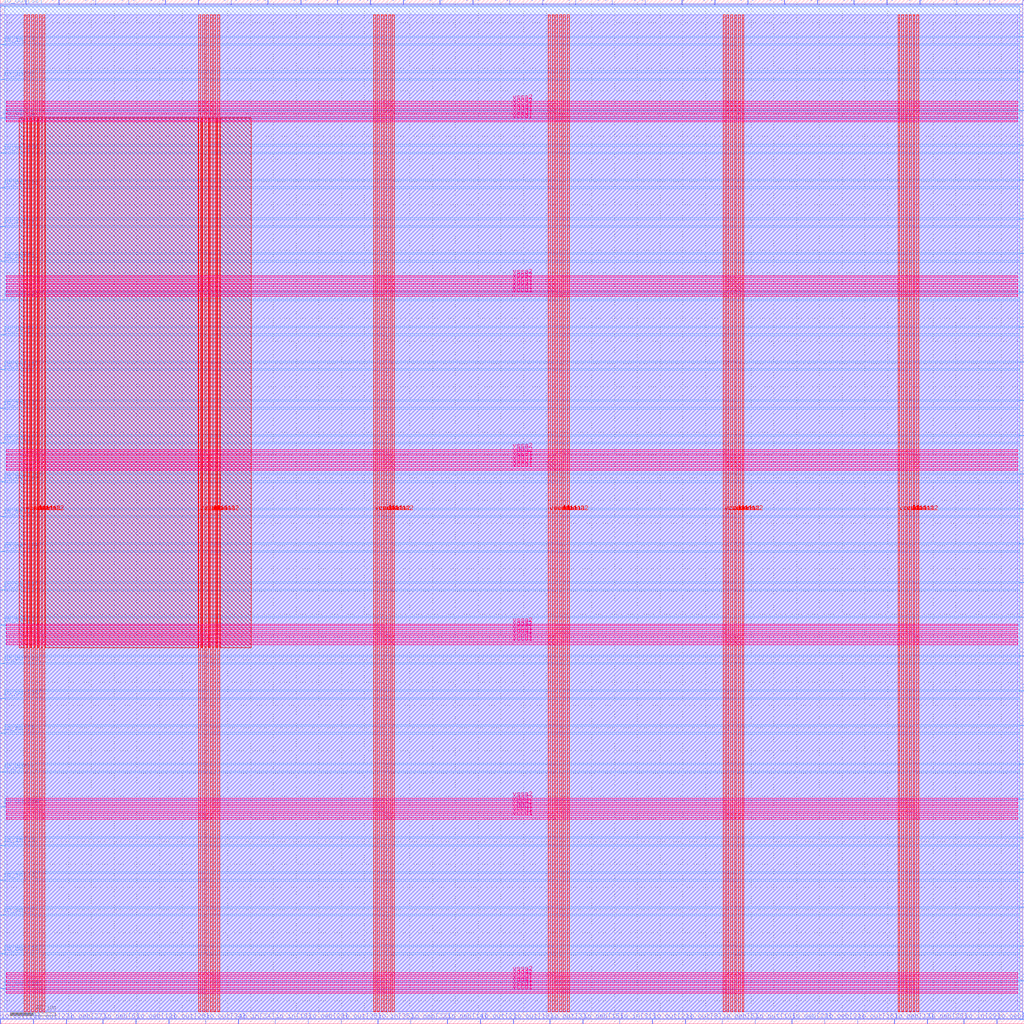
<source format=lef>
VERSION 5.7 ;
  NOWIREEXTENSIONATPIN ON ;
  DIVIDERCHAR "/" ;
  BUSBITCHARS "[]" ;
MACRO vajra_caravel_soc
  CLASS BLOCK ;
  FOREIGN vajra_caravel_soc ;
  ORIGIN 0.000 0.000 ;
  SIZE 900.000 BY 900.000 ;
  PIN io_in[0]
    DIRECTION INPUT ;
    USE SIGNAL ;
    PORT
      LAYER met3 ;
        RECT 896.000 867.040 900.000 867.640 ;
    END
  END io_in[0]
  PIN io_in[10]
    DIRECTION INPUT ;
    USE SIGNAL ;
    PORT
      LAYER met3 ;
        RECT 896.000 197.240 900.000 197.840 ;
    END
  END io_in[10]
  PIN io_in[11]
    DIRECTION INPUT ;
    USE SIGNAL ;
    PORT
      LAYER met2 ;
        RECT 112.790 896.000 113.070 900.000 ;
    END
  END io_in[11]
  PIN io_in[12]
    DIRECTION INPUT ;
    USE SIGNAL ;
    PORT
      LAYER met3 ;
        RECT 0.000 510.040 4.000 510.640 ;
    END
  END io_in[12]
  PIN io_in[13]
    DIRECTION INPUT ;
    USE SIGNAL ;
    PORT
      LAYER met2 ;
        RECT 808.310 896.000 808.590 900.000 ;
    END
  END io_in[13]
  PIN io_in[14]
    DIRECTION INPUT ;
    USE SIGNAL ;
    PORT
      LAYER met2 ;
        RECT 656.970 896.000 657.250 900.000 ;
    END
  END io_in[14]
  PIN io_in[15]
    DIRECTION INPUT ;
    USE SIGNAL ;
    PORT
      LAYER met3 ;
        RECT 0.000 574.640 4.000 575.240 ;
    END
  END io_in[15]
  PIN io_in[16]
    DIRECTION INPUT ;
    USE SIGNAL ;
    PORT
      LAYER met3 ;
        RECT 0.000 156.440 4.000 157.040 ;
    END
  END io_in[16]
  PIN io_in[17]
    DIRECTION INPUT ;
    USE SIGNAL ;
    PORT
      LAYER met2 ;
        RECT 325.310 896.000 325.590 900.000 ;
    END
  END io_in[17]
  PIN io_in[18]
    DIRECTION INPUT ;
    USE SIGNAL ;
    PORT
      LAYER met2 ;
        RECT 241.590 0.000 241.870 4.000 ;
    END
  END io_in[18]
  PIN io_in[19]
    DIRECTION INPUT ;
    USE SIGNAL ;
    PORT
      LAYER met3 ;
        RECT 0.000 125.840 4.000 126.440 ;
    END
  END io_in[19]
  PIN io_in[1]
    DIRECTION INPUT ;
    USE SIGNAL ;
    PORT
      LAYER met3 ;
        RECT 896.000 802.440 900.000 803.040 ;
    END
  END io_in[1]
  PIN io_in[20]
    DIRECTION INPUT ;
    USE SIGNAL ;
    PORT
      LAYER met3 ;
        RECT 896.000 3.440 900.000 4.040 ;
    END
  END io_in[20]
  PIN io_in[21]
    DIRECTION INPUT ;
    USE SIGNAL ;
    PORT
      LAYER met2 ;
        RECT 779.330 896.000 779.610 900.000 ;
    END
  END io_in[21]
  PIN io_in[22]
    DIRECTION INPUT ;
    USE SIGNAL ;
    PORT
      LAYER met3 ;
        RECT 0.000 635.840 4.000 636.440 ;
    END
  END io_in[22]
  PIN io_in[23]
    DIRECTION INPUT ;
    USE SIGNAL ;
    PORT
      LAYER met3 ;
        RECT 0.000 829.640 4.000 830.240 ;
    END
  END io_in[23]
  PIN io_in[24]
    DIRECTION INPUT ;
    USE SIGNAL ;
    PORT
      LAYER met3 ;
        RECT 896.000 387.640 900.000 388.240 ;
    END
  END io_in[24]
  PIN io_in[25]
    DIRECTION INPUT ;
    USE SIGNAL ;
    PORT
      LAYER met3 ;
        RECT 0.000 95.240 4.000 95.840 ;
    END
  END io_in[25]
  PIN io_in[26]
    DIRECTION INPUT ;
    USE SIGNAL ;
    PORT
      LAYER met3 ;
        RECT 0.000 860.240 4.000 860.840 ;
    END
  END io_in[26]
  PIN io_in[27]
    DIRECTION INPUT ;
    USE SIGNAL ;
    PORT
      LAYER met2 ;
        RECT 447.670 896.000 447.950 900.000 ;
    END
  END io_in[27]
  PIN io_in[28]
    DIRECTION INPUT ;
    USE SIGNAL ;
    PORT
      LAYER met3 ;
        RECT 896.000 836.440 900.000 837.040 ;
    END
  END io_in[28]
  PIN io_in[29]
    DIRECTION INPUT ;
    USE SIGNAL ;
    PORT
      LAYER met2 ;
        RECT 846.950 0.000 847.230 4.000 ;
    END
  END io_in[29]
  PIN io_in[2]
    DIRECTION INPUT ;
    USE SIGNAL ;
    PORT
      LAYER met3 ;
        RECT 896.000 261.840 900.000 262.440 ;
    END
  END io_in[2]
  PIN io_in[30]
    DIRECTION INPUT ;
    USE SIGNAL ;
    PORT
      LAYER met2 ;
        RECT 415.470 896.000 415.750 900.000 ;
    END
  END io_in[30]
  PIN io_in[31]
    DIRECTION INPUT ;
    USE SIGNAL ;
    PORT
      LAYER met2 ;
        RECT 544.270 0.000 544.550 4.000 ;
    END
  END io_in[31]
  PIN io_in[32]
    DIRECTION INPUT ;
    USE SIGNAL ;
    PORT
      LAYER met3 ;
        RECT 896.000 452.240 900.000 452.840 ;
    END
  END io_in[32]
  PIN io_in[33]
    DIRECTION INPUT ;
    USE SIGNAL ;
    PORT
      LAYER met3 ;
        RECT 0.000 540.640 4.000 541.240 ;
    END
  END io_in[33]
  PIN io_in[34]
    DIRECTION INPUT ;
    USE SIGNAL ;
    PORT
      LAYER met2 ;
        RECT 209.390 0.000 209.670 4.000 ;
    END
  END io_in[34]
  PIN io_in[35]
    DIRECTION INPUT ;
    USE SIGNAL ;
    PORT
      LAYER met2 ;
        RECT 331.750 0.000 332.030 4.000 ;
    END
  END io_in[35]
  PIN io_in[36]
    DIRECTION INPUT ;
    USE SIGNAL ;
    PORT
      LAYER met3 ;
        RECT 896.000 68.040 900.000 68.640 ;
    END
  END io_in[36]
  PIN io_in[37]
    DIRECTION INPUT ;
    USE SIGNAL ;
    PORT
      LAYER met3 ;
        RECT 0.000 700.440 4.000 701.040 ;
    END
  END io_in[37]
  PIN io_in[3]
    DIRECTION INPUT ;
    USE SIGNAL ;
    PORT
      LAYER met2 ;
        RECT 296.330 896.000 296.610 900.000 ;
    END
  END io_in[3]
  PIN io_in[4]
    DIRECTION INPUT ;
    USE SIGNAL ;
    PORT
      LAYER met3 ;
        RECT 896.000 292.440 900.000 293.040 ;
    END
  END io_in[4]
  PIN io_in[5]
    DIRECTION INPUT ;
    USE SIGNAL ;
    PORT
      LAYER met3 ;
        RECT 896.000 482.840 900.000 483.440 ;
    END
  END io_in[5]
  PIN io_in[6]
    DIRECTION INPUT ;
    USE SIGNAL ;
    PORT
      LAYER met2 ;
        RECT 505.630 896.000 505.910 900.000 ;
    END
  END io_in[6]
  PIN io_in[7]
    DIRECTION INPUT ;
    USE SIGNAL ;
    PORT
      LAYER met3 ;
        RECT 896.000 357.040 900.000 357.640 ;
    END
  END io_in[7]
  PIN io_in[8]
    DIRECTION INPUT ;
    USE SIGNAL ;
    PORT
      LAYER met2 ;
        RECT 537.830 896.000 538.110 900.000 ;
    END
  END io_in[8]
  PIN io_in[9]
    DIRECTION INPUT ;
    USE SIGNAL ;
    PORT
      LAYER met2 ;
        RECT 599.010 896.000 599.290 900.000 ;
    END
  END io_in[9]
  PIN io_oeb[0]
    DIRECTION OUTPUT TRISTATE ;
    USE SIGNAL ;
    PORT
      LAYER met2 ;
        RECT 718.150 896.000 718.430 900.000 ;
    END
  END io_oeb[0]
  PIN io_oeb[10]
    DIRECTION OUTPUT TRISTATE ;
    USE SIGNAL ;
    PORT
      LAYER met2 ;
        RECT 898.470 896.000 898.750 900.000 ;
    END
  END io_oeb[10]
  PIN io_oeb[11]
    DIRECTION OUTPUT TRISTATE ;
    USE SIGNAL ;
    PORT
      LAYER met3 ;
        RECT 896.000 741.240 900.000 741.840 ;
    END
  END io_oeb[11]
  PIN io_oeb[12]
    DIRECTION OUTPUT TRISTATE ;
    USE SIGNAL ;
    PORT
      LAYER met2 ;
        RECT 119.230 0.000 119.510 4.000 ;
    END
  END io_oeb[12]
  PIN io_oeb[13]
    DIRECTION OUTPUT TRISTATE ;
    USE SIGNAL ;
    PORT
      LAYER met2 ;
        RECT 173.970 896.000 174.250 900.000 ;
    END
  END io_oeb[13]
  PIN io_oeb[14]
    DIRECTION OUTPUT TRISTATE ;
    USE SIGNAL ;
    PORT
      LAYER met2 ;
        RECT 392.930 0.000 393.210 4.000 ;
    END
  END io_oeb[14]
  PIN io_oeb[15]
    DIRECTION OUTPUT TRISTATE ;
    USE SIGNAL ;
    PORT
      LAYER met2 ;
        RECT 512.070 0.000 512.350 4.000 ;
    END
  END io_oeb[15]
  PIN io_oeb[16]
    DIRECTION OUTPUT TRISTATE ;
    USE SIGNAL ;
    PORT
      LAYER met3 ;
        RECT 896.000 771.840 900.000 772.440 ;
    END
  END io_oeb[16]
  PIN io_oeb[17]
    DIRECTION OUTPUT TRISTATE ;
    USE SIGNAL ;
    PORT
      LAYER met2 ;
        RECT 785.770 0.000 786.050 4.000 ;
    END
  END io_oeb[17]
  PIN io_oeb[18]
    DIRECTION OUTPUT TRISTATE ;
    USE SIGNAL ;
    PORT
      LAYER met3 ;
        RECT 896.000 581.440 900.000 582.040 ;
    END
  END io_oeb[18]
  PIN io_oeb[19]
    DIRECTION OUTPUT TRISTATE ;
    USE SIGNAL ;
    PORT
      LAYER met2 ;
        RECT 386.490 896.000 386.770 900.000 ;
    END
  END io_oeb[19]
  PIN io_oeb[1]
    DIRECTION OUTPUT TRISTATE ;
    USE SIGNAL ;
    PORT
      LAYER met3 ;
        RECT 0.000 445.440 4.000 446.040 ;
    END
  END io_oeb[1]
  PIN io_oeb[20]
    DIRECTION OUTPUT TRISTATE ;
    USE SIGNAL ;
    PORT
      LAYER met2 ;
        RECT 235.150 896.000 235.430 900.000 ;
    END
  END io_oeb[20]
  PIN io_oeb[21]
    DIRECTION OUTPUT TRISTATE ;
    USE SIGNAL ;
    PORT
      LAYER met2 ;
        RECT 476.650 896.000 476.930 900.000 ;
    END
  END io_oeb[21]
  PIN io_oeb[22]
    DIRECTION OUTPUT TRISTATE ;
    USE SIGNAL ;
    PORT
      LAYER met2 ;
        RECT 695.610 0.000 695.890 4.000 ;
    END
  END io_oeb[22]
  PIN io_oeb[23]
    DIRECTION OUTPUT TRISTATE ;
    USE SIGNAL ;
    PORT
      LAYER met2 ;
        RECT 270.570 0.000 270.850 4.000 ;
    END
  END io_oeb[23]
  PIN io_oeb[24]
    DIRECTION OUTPUT TRISTATE ;
    USE SIGNAL ;
    PORT
      LAYER met3 ;
        RECT 896.000 227.840 900.000 228.440 ;
    END
  END io_oeb[24]
  PIN io_oeb[25]
    DIRECTION OUTPUT TRISTATE ;
    USE SIGNAL ;
    PORT
      LAYER met2 ;
        RECT 264.130 896.000 264.410 900.000 ;
    END
  END io_oeb[25]
  PIN io_oeb[26]
    DIRECTION OUTPUT TRISTATE ;
    USE SIGNAL ;
    PORT
      LAYER met3 ;
        RECT 896.000 612.040 900.000 612.640 ;
    END
  END io_oeb[26]
  PIN io_oeb[27]
    DIRECTION OUTPUT TRISTATE ;
    USE SIGNAL ;
    PORT
      LAYER met2 ;
        RECT 58.050 0.000 58.330 4.000 ;
    END
  END io_oeb[27]
  PIN io_oeb[28]
    DIRECTION OUTPUT TRISTATE ;
    USE SIGNAL ;
    PORT
      LAYER met2 ;
        RECT 814.750 0.000 815.030 4.000 ;
    END
  END io_oeb[28]
  PIN io_oeb[29]
    DIRECTION OUTPUT TRISTATE ;
    USE SIGNAL ;
    PORT
      LAYER met3 ;
        RECT 896.000 163.240 900.000 163.840 ;
    END
  END io_oeb[29]
  PIN io_oeb[2]
    DIRECTION OUTPUT TRISTATE ;
    USE SIGNAL ;
    PORT
      LAYER met2 ;
        RECT 869.490 896.000 869.770 900.000 ;
    END
  END io_oeb[2]
  PIN io_oeb[30]
    DIRECTION OUTPUT TRISTATE ;
    USE SIGNAL ;
    PORT
      LAYER met3 ;
        RECT 0.000 765.040 4.000 765.640 ;
    END
  END io_oeb[30]
  PIN io_oeb[31]
    DIRECTION OUTPUT TRISTATE ;
    USE SIGNAL ;
    PORT
      LAYER met2 ;
        RECT 724.590 0.000 724.870 4.000 ;
    END
  END io_oeb[31]
  PIN io_oeb[32]
    DIRECTION OUTPUT TRISTATE ;
    USE SIGNAL ;
    PORT
      LAYER met2 ;
        RECT 360.730 0.000 361.010 4.000 ;
    END
  END io_oeb[32]
  PIN io_oeb[33]
    DIRECTION OUTPUT TRISTATE ;
    USE SIGNAL ;
    PORT
      LAYER met3 ;
        RECT 0.000 734.440 4.000 735.040 ;
    END
  END io_oeb[33]
  PIN io_oeb[34]
    DIRECTION OUTPUT TRISTATE ;
    USE SIGNAL ;
    PORT
      LAYER met3 ;
        RECT 896.000 676.640 900.000 677.240 ;
    END
  END io_oeb[34]
  PIN io_oeb[35]
    DIRECTION OUTPUT TRISTATE ;
    USE SIGNAL ;
    PORT
      LAYER met3 ;
        RECT 0.000 414.840 4.000 415.440 ;
    END
  END io_oeb[35]
  PIN io_oeb[36]
    DIRECTION OUTPUT TRISTATE ;
    USE SIGNAL ;
    PORT
      LAYER met3 ;
        RECT 896.000 37.440 900.000 38.040 ;
    END
  END io_oeb[36]
  PIN io_oeb[37]
    DIRECTION OUTPUT TRISTATE ;
    USE SIGNAL ;
    PORT
      LAYER met2 ;
        RECT 22.630 896.000 22.910 900.000 ;
    END
  END io_oeb[37]
  PIN io_oeb[3]
    DIRECTION OUTPUT TRISTATE ;
    USE SIGNAL ;
    PORT
      LAYER met2 ;
        RECT 144.990 896.000 145.270 900.000 ;
    END
  END io_oeb[3]
  PIN io_oeb[4]
    DIRECTION OUTPUT TRISTATE ;
    USE SIGNAL ;
    PORT
      LAYER met3 ;
        RECT 0.000 605.240 4.000 605.840 ;
    END
  END io_oeb[4]
  PIN io_oeb[5]
    DIRECTION OUTPUT TRISTATE ;
    USE SIGNAL ;
    PORT
      LAYER met2 ;
        RECT 634.430 0.000 634.710 4.000 ;
    END
  END io_oeb[5]
  PIN io_oeb[6]
    DIRECTION OUTPUT TRISTATE ;
    USE SIGNAL ;
    PORT
      LAYER met2 ;
        RECT 90.250 0.000 90.530 4.000 ;
    END
  END io_oeb[6]
  PIN io_oeb[7]
    DIRECTION OUTPUT TRISTATE ;
    USE SIGNAL ;
    PORT
      LAYER met3 ;
        RECT 0.000 380.840 4.000 381.440 ;
    END
  END io_oeb[7]
  PIN io_oeb[8]
    DIRECTION OUTPUT TRISTATE ;
    USE SIGNAL ;
    PORT
      LAYER met2 ;
        RECT 875.930 0.000 876.210 4.000 ;
    END
  END io_oeb[8]
  PIN io_oeb[9]
    DIRECTION OUTPUT TRISTATE ;
    USE SIGNAL ;
    PORT
      LAYER met3 ;
        RECT 896.000 516.840 900.000 517.440 ;
    END
  END io_oeb[9]
  PIN io_out[0]
    DIRECTION OUTPUT TRISTATE ;
    USE SIGNAL ;
    PORT
      LAYER met3 ;
        RECT 896.000 323.040 900.000 323.640 ;
    END
  END io_out[0]
  PIN io_out[10]
    DIRECTION OUTPUT TRISTATE ;
    USE SIGNAL ;
    PORT
      LAYER met2 ;
        RECT 663.410 0.000 663.690 4.000 ;
    END
  END io_out[10]
  PIN io_out[11]
    DIRECTION OUTPUT TRISTATE ;
    USE SIGNAL ;
    PORT
      LAYER met3 ;
        RECT 0.000 669.840 4.000 670.440 ;
    END
  END io_out[11]
  PIN io_out[12]
    DIRECTION OUTPUT TRISTATE ;
    USE SIGNAL ;
    PORT
      LAYER met3 ;
        RECT 896.000 132.640 900.000 133.240 ;
    END
  END io_out[12]
  PIN io_out[13]
    DIRECTION OUTPUT TRISTATE ;
    USE SIGNAL ;
    PORT
      LAYER met3 ;
        RECT 0.000 476.040 4.000 476.640 ;
    END
  END io_out[13]
  PIN io_out[14]
    DIRECTION OUTPUT TRISTATE ;
    USE SIGNAL ;
    PORT
      LAYER met3 ;
        RECT 0.000 30.640 4.000 31.240 ;
    END
  END io_out[14]
  PIN io_out[15]
    DIRECTION OUTPUT TRISTATE ;
    USE SIGNAL ;
    PORT
      LAYER met3 ;
        RECT 896.000 642.640 900.000 643.240 ;
    END
  END io_out[15]
  PIN io_out[16]
    DIRECTION OUTPUT TRISTATE ;
    USE SIGNAL ;
    PORT
      LAYER met2 ;
        RECT 753.570 0.000 753.850 4.000 ;
    END
  END io_out[16]
  PIN io_out[17]
    DIRECTION OUTPUT TRISTATE ;
    USE SIGNAL ;
    PORT
      LAYER met3 ;
        RECT 896.000 707.240 900.000 707.840 ;
    END
  END io_out[17]
  PIN io_out[18]
    DIRECTION OUTPUT TRISTATE ;
    USE SIGNAL ;
    PORT
      LAYER met2 ;
        RECT 450.890 0.000 451.170 4.000 ;
    END
  END io_out[18]
  PIN io_out[19]
    DIRECTION OUTPUT TRISTATE ;
    USE SIGNAL ;
    PORT
      LAYER met3 ;
        RECT 0.000 190.440 4.000 191.040 ;
    END
  END io_out[19]
  PIN io_out[1]
    DIRECTION OUTPUT TRISTATE ;
    USE SIGNAL ;
    PORT
      LAYER met3 ;
        RECT 0.000 350.240 4.000 350.840 ;
    END
  END io_out[1]
  PIN io_out[20]
    DIRECTION OUTPUT TRISTATE ;
    USE SIGNAL ;
    PORT
      LAYER met2 ;
        RECT 0.090 0.000 0.370 4.000 ;
    END
  END io_out[20]
  PIN io_out[21]
    DIRECTION OUTPUT TRISTATE ;
    USE SIGNAL ;
    PORT
      LAYER met2 ;
        RECT 573.250 0.000 573.530 4.000 ;
    END
  END io_out[21]
  PIN io_out[22]
    DIRECTION OUTPUT TRISTATE ;
    USE SIGNAL ;
    PORT
      LAYER met2 ;
        RECT 83.810 896.000 84.090 900.000 ;
    END
  END io_out[22]
  PIN io_out[23]
    DIRECTION OUTPUT TRISTATE ;
    USE SIGNAL ;
    PORT
      LAYER met2 ;
        RECT 354.290 896.000 354.570 900.000 ;
    END
  END io_out[23]
  PIN io_out[24]
    DIRECTION OUTPUT TRISTATE ;
    USE SIGNAL ;
    ANTENNADIFFAREA 0.795200 ;
    PORT
      LAYER met2 ;
        RECT 627.990 896.000 628.270 900.000 ;
    END
  END io_out[24]
  PIN io_out[25]
    DIRECTION OUTPUT TRISTATE ;
    USE SIGNAL ;
    ANTENNADIFFAREA 0.795200 ;
    PORT
      LAYER met3 ;
        RECT 0.000 61.240 4.000 61.840 ;
    END
  END io_out[25]
  PIN io_out[26]
    DIRECTION OUTPUT TRISTATE ;
    USE SIGNAL ;
    ANTENNADIFFAREA 0.795200 ;
    PORT
      LAYER met2 ;
        RECT 148.210 0.000 148.490 4.000 ;
    END
  END io_out[26]
  PIN io_out[27]
    DIRECTION OUTPUT TRISTATE ;
    USE SIGNAL ;
    ANTENNADIFFAREA 0.795200 ;
    PORT
      LAYER met2 ;
        RECT 29.070 0.000 29.350 4.000 ;
    END
  END io_out[27]
  PIN io_out[28]
    DIRECTION OUTPUT TRISTATE ;
    USE SIGNAL ;
    ANTENNADIFFAREA 0.795200 ;
    PORT
      LAYER met2 ;
        RECT 750.350 896.000 750.630 900.000 ;
    END
  END io_out[28]
  PIN io_out[29]
    DIRECTION OUTPUT TRISTATE ;
    USE SIGNAL ;
    ANTENNADIFFAREA 0.795200 ;
    PORT
      LAYER met2 ;
        RECT 566.810 896.000 567.090 900.000 ;
    END
  END io_out[29]
  PIN io_out[2]
    DIRECTION OUTPUT TRISTATE ;
    USE SIGNAL ;
    ANTENNADIFFAREA 0.795200 ;
    PORT
      LAYER met2 ;
        RECT 421.910 0.000 422.190 4.000 ;
    END
  END io_out[2]
  PIN io_out[30]
    DIRECTION OUTPUT TRISTATE ;
    USE SIGNAL ;
    ANTENNADIFFAREA 0.795200 ;
    PORT
      LAYER met2 ;
        RECT 840.510 896.000 840.790 900.000 ;
    END
  END io_out[30]
  PIN io_out[31]
    DIRECTION OUTPUT TRISTATE ;
    USE SIGNAL ;
    ANTENNADIFFAREA 0.795200 ;
    PORT
      LAYER met3 ;
        RECT 896.000 102.040 900.000 102.640 ;
    END
  END io_out[31]
  PIN io_out[32]
    DIRECTION OUTPUT TRISTATE ;
    USE SIGNAL ;
    ANTENNADIFFAREA 0.795200 ;
    PORT
      LAYER met3 ;
        RECT 0.000 894.240 4.000 894.840 ;
    END
  END io_out[32]
  PIN io_out[33]
    DIRECTION OUTPUT TRISTATE ;
    USE SIGNAL ;
    ANTENNADIFFAREA 0.795200 ;
    PORT
      LAYER met3 ;
        RECT 0.000 316.240 4.000 316.840 ;
    END
  END io_out[33]
  PIN io_out[34]
    DIRECTION OUTPUT TRISTATE ;
    USE SIGNAL ;
    ANTENNADIFFAREA 0.795200 ;
    PORT
      LAYER met2 ;
        RECT 180.410 0.000 180.690 4.000 ;
    END
  END io_out[34]
  PIN io_out[35]
    DIRECTION OUTPUT TRISTATE ;
    USE SIGNAL ;
    ANTENNADIFFAREA 0.795200 ;
    PORT
      LAYER met2 ;
        RECT 299.550 0.000 299.830 4.000 ;
    END
  END io_out[35]
  PIN io_out[36]
    DIRECTION OUTPUT TRISTATE ;
    USE SIGNAL ;
    ANTENNADIFFAREA 0.795200 ;
    PORT
      LAYER met3 ;
        RECT 0.000 285.640 4.000 286.240 ;
    END
  END io_out[36]
  PIN io_out[37]
    DIRECTION OUTPUT TRISTATE ;
    USE SIGNAL ;
    ANTENNADIFFAREA 0.445500 ;
    PORT
      LAYER met3 ;
        RECT 896.000 547.440 900.000 548.040 ;
    END
  END io_out[37]
  PIN io_out[3]
    DIRECTION OUTPUT TRISTATE ;
    USE SIGNAL ;
    ANTENNADIFFAREA 0.795200 ;
    PORT
      LAYER met2 ;
        RECT 483.090 0.000 483.370 4.000 ;
    END
  END io_out[3]
  PIN io_out[4]
    DIRECTION OUTPUT TRISTATE ;
    USE SIGNAL ;
    ANTENNADIFFAREA 0.795200 ;
    PORT
      LAYER met3 ;
        RECT 0.000 221.040 4.000 221.640 ;
    END
  END io_out[4]
  PIN io_out[5]
    DIRECTION OUTPUT TRISTATE ;
    USE SIGNAL ;
    ANTENNADIFFAREA 0.795200 ;
    PORT
      LAYER met2 ;
        RECT 689.170 896.000 689.450 900.000 ;
    END
  END io_out[5]
  PIN io_out[6]
    DIRECTION OUTPUT TRISTATE ;
    USE SIGNAL ;
    ANTENNADIFFAREA 0.445500 ;
    PORT
      LAYER met2 ;
        RECT 51.610 896.000 51.890 900.000 ;
    END
  END io_out[6]
  PIN io_out[7]
    DIRECTION OUTPUT TRISTATE ;
    USE SIGNAL ;
    ANTENNADIFFAREA 0.445500 ;
    PORT
      LAYER met2 ;
        RECT 202.950 896.000 203.230 900.000 ;
    END
  END io_out[7]
  PIN io_out[8]
    DIRECTION OUTPUT TRISTATE ;
    USE SIGNAL ;
    ANTENNADIFFAREA 0.795200 ;
    PORT
      LAYER met2 ;
        RECT 602.230 0.000 602.510 4.000 ;
    END
  END io_out[8]
  PIN io_out[9]
    DIRECTION OUTPUT TRISTATE ;
    USE SIGNAL ;
    ANTENNADIFFAREA 0.795200 ;
    PORT
      LAYER met3 ;
        RECT 0.000 255.040 4.000 255.640 ;
    END
  END io_out[9]
  PIN vccd1
    DIRECTION INOUT ;
    USE POWER ;
    PORT
      LAYER met4 ;
        RECT 21.040 10.640 22.640 886.960 ;
    END
    PORT
      LAYER met4 ;
        RECT 174.640 10.640 176.240 886.960 ;
    END
    PORT
      LAYER met4 ;
        RECT 328.240 10.640 329.840 886.960 ;
    END
    PORT
      LAYER met4 ;
        RECT 481.840 10.640 483.440 886.960 ;
    END
    PORT
      LAYER met4 ;
        RECT 635.440 10.640 637.040 886.960 ;
    END
    PORT
      LAYER met4 ;
        RECT 789.040 10.640 790.640 886.960 ;
    END
    PORT
      LAYER met5 ;
        RECT 5.280 26.730 894.480 28.330 ;
    END
    PORT
      LAYER met5 ;
        RECT 5.280 179.910 894.480 181.510 ;
    END
    PORT
      LAYER met5 ;
        RECT 5.280 333.090 894.480 334.690 ;
    END
    PORT
      LAYER met5 ;
        RECT 5.280 486.270 894.480 487.870 ;
    END
    PORT
      LAYER met5 ;
        RECT 5.280 639.450 894.480 641.050 ;
    END
    PORT
      LAYER met5 ;
        RECT 5.280 792.630 894.480 794.230 ;
    END
  END vccd1
  PIN vdda1
    DIRECTION INOUT ;
    USE POWER ;
    PORT
      LAYER met4 ;
        RECT 27.640 10.640 29.240 886.960 ;
    END
    PORT
      LAYER met4 ;
        RECT 181.240 10.640 182.840 886.960 ;
    END
    PORT
      LAYER met4 ;
        RECT 334.840 10.640 336.440 886.960 ;
    END
    PORT
      LAYER met4 ;
        RECT 488.440 10.640 490.040 886.960 ;
    END
    PORT
      LAYER met4 ;
        RECT 642.040 10.640 643.640 886.960 ;
    END
    PORT
      LAYER met4 ;
        RECT 795.640 10.640 797.240 886.960 ;
    END
    PORT
      LAYER met5 ;
        RECT 5.280 33.330 894.480 34.930 ;
    END
    PORT
      LAYER met5 ;
        RECT 5.280 186.510 894.480 188.110 ;
    END
    PORT
      LAYER met5 ;
        RECT 5.280 339.690 894.480 341.290 ;
    END
    PORT
      LAYER met5 ;
        RECT 5.280 492.870 894.480 494.470 ;
    END
    PORT
      LAYER met5 ;
        RECT 5.280 646.050 894.480 647.650 ;
    END
    PORT
      LAYER met5 ;
        RECT 5.280 799.230 894.480 800.830 ;
    END
  END vdda1
  PIN vdda2
    DIRECTION INOUT ;
    USE POWER ;
    PORT
      LAYER met4 ;
        RECT 34.240 10.640 35.840 886.960 ;
    END
    PORT
      LAYER met4 ;
        RECT 187.840 10.640 189.440 886.960 ;
    END
    PORT
      LAYER met4 ;
        RECT 341.440 10.640 343.040 886.960 ;
    END
    PORT
      LAYER met4 ;
        RECT 495.040 10.640 496.640 886.960 ;
    END
    PORT
      LAYER met4 ;
        RECT 648.640 10.640 650.240 886.960 ;
    END
    PORT
      LAYER met4 ;
        RECT 802.240 10.640 803.840 886.960 ;
    END
    PORT
      LAYER met5 ;
        RECT 5.280 39.930 894.480 41.530 ;
    END
    PORT
      LAYER met5 ;
        RECT 5.280 193.110 894.480 194.710 ;
    END
    PORT
      LAYER met5 ;
        RECT 5.280 346.290 894.480 347.890 ;
    END
    PORT
      LAYER met5 ;
        RECT 5.280 499.470 894.480 501.070 ;
    END
    PORT
      LAYER met5 ;
        RECT 5.280 652.650 894.480 654.250 ;
    END
    PORT
      LAYER met5 ;
        RECT 5.280 805.830 894.480 807.430 ;
    END
  END vdda2
  PIN vssa1
    DIRECTION INOUT ;
    USE GROUND ;
    PORT
      LAYER met4 ;
        RECT 30.940 10.640 32.540 886.960 ;
    END
    PORT
      LAYER met4 ;
        RECT 184.540 10.640 186.140 886.960 ;
    END
    PORT
      LAYER met4 ;
        RECT 338.140 10.640 339.740 886.960 ;
    END
    PORT
      LAYER met4 ;
        RECT 491.740 10.640 493.340 886.960 ;
    END
    PORT
      LAYER met4 ;
        RECT 645.340 10.640 646.940 886.960 ;
    END
    PORT
      LAYER met4 ;
        RECT 798.940 10.640 800.540 886.960 ;
    END
    PORT
      LAYER met5 ;
        RECT 5.280 36.630 894.480 38.230 ;
    END
    PORT
      LAYER met5 ;
        RECT 5.280 189.810 894.480 191.410 ;
    END
    PORT
      LAYER met5 ;
        RECT 5.280 342.990 894.480 344.590 ;
    END
    PORT
      LAYER met5 ;
        RECT 5.280 496.170 894.480 497.770 ;
    END
    PORT
      LAYER met5 ;
        RECT 5.280 649.350 894.480 650.950 ;
    END
    PORT
      LAYER met5 ;
        RECT 5.280 802.530 894.480 804.130 ;
    END
  END vssa1
  PIN vssa2
    DIRECTION INOUT ;
    USE GROUND ;
    PORT
      LAYER met4 ;
        RECT 37.540 10.640 39.140 886.960 ;
    END
    PORT
      LAYER met4 ;
        RECT 191.140 10.640 192.740 886.960 ;
    END
    PORT
      LAYER met4 ;
        RECT 344.740 10.640 346.340 886.960 ;
    END
    PORT
      LAYER met4 ;
        RECT 498.340 10.640 499.940 886.960 ;
    END
    PORT
      LAYER met4 ;
        RECT 651.940 10.640 653.540 886.960 ;
    END
    PORT
      LAYER met4 ;
        RECT 805.540 10.640 807.140 886.960 ;
    END
    PORT
      LAYER met5 ;
        RECT 5.280 43.230 894.480 44.830 ;
    END
    PORT
      LAYER met5 ;
        RECT 5.280 196.410 894.480 198.010 ;
    END
    PORT
      LAYER met5 ;
        RECT 5.280 349.590 894.480 351.190 ;
    END
    PORT
      LAYER met5 ;
        RECT 5.280 502.770 894.480 504.370 ;
    END
    PORT
      LAYER met5 ;
        RECT 5.280 655.950 894.480 657.550 ;
    END
    PORT
      LAYER met5 ;
        RECT 5.280 809.130 894.480 810.730 ;
    END
  END vssa2
  PIN vssd1
    DIRECTION INOUT ;
    USE GROUND ;
    PORT
      LAYER met4 ;
        RECT 24.340 10.640 25.940 886.960 ;
    END
    PORT
      LAYER met4 ;
        RECT 177.940 10.640 179.540 886.960 ;
    END
    PORT
      LAYER met4 ;
        RECT 331.540 10.640 333.140 886.960 ;
    END
    PORT
      LAYER met4 ;
        RECT 485.140 10.640 486.740 886.960 ;
    END
    PORT
      LAYER met4 ;
        RECT 638.740 10.640 640.340 886.960 ;
    END
    PORT
      LAYER met4 ;
        RECT 792.340 10.640 793.940 886.960 ;
    END
    PORT
      LAYER met5 ;
        RECT 5.280 30.030 894.480 31.630 ;
    END
    PORT
      LAYER met5 ;
        RECT 5.280 183.210 894.480 184.810 ;
    END
    PORT
      LAYER met5 ;
        RECT 5.280 336.390 894.480 337.990 ;
    END
    PORT
      LAYER met5 ;
        RECT 5.280 489.570 894.480 491.170 ;
    END
    PORT
      LAYER met5 ;
        RECT 5.280 642.750 894.480 644.350 ;
    END
    PORT
      LAYER met5 ;
        RECT 5.280 795.930 894.480 797.530 ;
    END
  END vssd1
  PIN wb_clk_i
    DIRECTION INPUT ;
    USE SIGNAL ;
    ANTENNAGATEAREA 1.721400 ;
    ANTENNADIFFAREA 0.869400 ;
    PORT
      LAYER met3 ;
        RECT 0.000 795.640 4.000 796.240 ;
    END
  END wb_clk_i
  PIN wb_rst_i
    DIRECTION INPUT ;
    USE SIGNAL ;
    ANTENNAGATEAREA 0.247500 ;
    PORT
      LAYER met3 ;
        RECT 896.000 421.640 900.000 422.240 ;
    END
  END wb_rst_i
  OBS
      LAYER li1 ;
        RECT 5.520 10.795 894.240 886.805 ;
      LAYER met1 ;
        RECT 0.070 10.640 898.770 886.960 ;
      LAYER met2 ;
        RECT 0.100 895.720 22.350 896.650 ;
        RECT 23.190 895.720 51.330 896.650 ;
        RECT 52.170 895.720 83.530 896.650 ;
        RECT 84.370 895.720 112.510 896.650 ;
        RECT 113.350 895.720 144.710 896.650 ;
        RECT 145.550 895.720 173.690 896.650 ;
        RECT 174.530 895.720 202.670 896.650 ;
        RECT 203.510 895.720 234.870 896.650 ;
        RECT 235.710 895.720 263.850 896.650 ;
        RECT 264.690 895.720 296.050 896.650 ;
        RECT 296.890 895.720 325.030 896.650 ;
        RECT 325.870 895.720 354.010 896.650 ;
        RECT 354.850 895.720 386.210 896.650 ;
        RECT 387.050 895.720 415.190 896.650 ;
        RECT 416.030 895.720 447.390 896.650 ;
        RECT 448.230 895.720 476.370 896.650 ;
        RECT 477.210 895.720 505.350 896.650 ;
        RECT 506.190 895.720 537.550 896.650 ;
        RECT 538.390 895.720 566.530 896.650 ;
        RECT 567.370 895.720 598.730 896.650 ;
        RECT 599.570 895.720 627.710 896.650 ;
        RECT 628.550 895.720 656.690 896.650 ;
        RECT 657.530 895.720 688.890 896.650 ;
        RECT 689.730 895.720 717.870 896.650 ;
        RECT 718.710 895.720 750.070 896.650 ;
        RECT 750.910 895.720 779.050 896.650 ;
        RECT 779.890 895.720 808.030 896.650 ;
        RECT 808.870 895.720 840.230 896.650 ;
        RECT 841.070 895.720 869.210 896.650 ;
        RECT 870.050 895.720 898.190 896.650 ;
        RECT 0.100 4.280 898.740 895.720 ;
        RECT 0.650 4.000 28.790 4.280 ;
        RECT 29.630 4.000 57.770 4.280 ;
        RECT 58.610 4.000 89.970 4.280 ;
        RECT 90.810 4.000 118.950 4.280 ;
        RECT 119.790 4.000 147.930 4.280 ;
        RECT 148.770 4.000 180.130 4.280 ;
        RECT 180.970 4.000 209.110 4.280 ;
        RECT 209.950 4.000 241.310 4.280 ;
        RECT 242.150 4.000 270.290 4.280 ;
        RECT 271.130 4.000 299.270 4.280 ;
        RECT 300.110 4.000 331.470 4.280 ;
        RECT 332.310 4.000 360.450 4.280 ;
        RECT 361.290 4.000 392.650 4.280 ;
        RECT 393.490 4.000 421.630 4.280 ;
        RECT 422.470 4.000 450.610 4.280 ;
        RECT 451.450 4.000 482.810 4.280 ;
        RECT 483.650 4.000 511.790 4.280 ;
        RECT 512.630 4.000 543.990 4.280 ;
        RECT 544.830 4.000 572.970 4.280 ;
        RECT 573.810 4.000 601.950 4.280 ;
        RECT 602.790 4.000 634.150 4.280 ;
        RECT 634.990 4.000 663.130 4.280 ;
        RECT 663.970 4.000 695.330 4.280 ;
        RECT 696.170 4.000 724.310 4.280 ;
        RECT 725.150 4.000 753.290 4.280 ;
        RECT 754.130 4.000 785.490 4.280 ;
        RECT 786.330 4.000 814.470 4.280 ;
        RECT 815.310 4.000 846.670 4.280 ;
        RECT 847.510 4.000 875.650 4.280 ;
        RECT 876.490 4.000 898.740 4.280 ;
      LAYER met3 ;
        RECT 4.400 893.840 896.000 894.690 ;
        RECT 3.990 868.040 896.000 893.840 ;
        RECT 3.990 866.640 895.600 868.040 ;
        RECT 3.990 861.240 896.000 866.640 ;
        RECT 4.400 859.840 896.000 861.240 ;
        RECT 3.990 837.440 896.000 859.840 ;
        RECT 3.990 836.040 895.600 837.440 ;
        RECT 3.990 830.640 896.000 836.040 ;
        RECT 4.400 829.240 896.000 830.640 ;
        RECT 3.990 803.440 896.000 829.240 ;
        RECT 3.990 802.040 895.600 803.440 ;
        RECT 3.990 796.640 896.000 802.040 ;
        RECT 4.400 795.240 896.000 796.640 ;
        RECT 3.990 772.840 896.000 795.240 ;
        RECT 3.990 771.440 895.600 772.840 ;
        RECT 3.990 766.040 896.000 771.440 ;
        RECT 4.400 764.640 896.000 766.040 ;
        RECT 3.990 742.240 896.000 764.640 ;
        RECT 3.990 740.840 895.600 742.240 ;
        RECT 3.990 735.440 896.000 740.840 ;
        RECT 4.400 734.040 896.000 735.440 ;
        RECT 3.990 708.240 896.000 734.040 ;
        RECT 3.990 706.840 895.600 708.240 ;
        RECT 3.990 701.440 896.000 706.840 ;
        RECT 4.400 700.040 896.000 701.440 ;
        RECT 3.990 677.640 896.000 700.040 ;
        RECT 3.990 676.240 895.600 677.640 ;
        RECT 3.990 670.840 896.000 676.240 ;
        RECT 4.400 669.440 896.000 670.840 ;
        RECT 3.990 643.640 896.000 669.440 ;
        RECT 3.990 642.240 895.600 643.640 ;
        RECT 3.990 636.840 896.000 642.240 ;
        RECT 4.400 635.440 896.000 636.840 ;
        RECT 3.990 613.040 896.000 635.440 ;
        RECT 3.990 611.640 895.600 613.040 ;
        RECT 3.990 606.240 896.000 611.640 ;
        RECT 4.400 604.840 896.000 606.240 ;
        RECT 3.990 582.440 896.000 604.840 ;
        RECT 3.990 581.040 895.600 582.440 ;
        RECT 3.990 575.640 896.000 581.040 ;
        RECT 4.400 574.240 896.000 575.640 ;
        RECT 3.990 548.440 896.000 574.240 ;
        RECT 3.990 547.040 895.600 548.440 ;
        RECT 3.990 541.640 896.000 547.040 ;
        RECT 4.400 540.240 896.000 541.640 ;
        RECT 3.990 517.840 896.000 540.240 ;
        RECT 3.990 516.440 895.600 517.840 ;
        RECT 3.990 511.040 896.000 516.440 ;
        RECT 4.400 509.640 896.000 511.040 ;
        RECT 3.990 483.840 896.000 509.640 ;
        RECT 3.990 482.440 895.600 483.840 ;
        RECT 3.990 477.040 896.000 482.440 ;
        RECT 4.400 475.640 896.000 477.040 ;
        RECT 3.990 453.240 896.000 475.640 ;
        RECT 3.990 451.840 895.600 453.240 ;
        RECT 3.990 446.440 896.000 451.840 ;
        RECT 4.400 445.040 896.000 446.440 ;
        RECT 3.990 422.640 896.000 445.040 ;
        RECT 3.990 421.240 895.600 422.640 ;
        RECT 3.990 415.840 896.000 421.240 ;
        RECT 4.400 414.440 896.000 415.840 ;
        RECT 3.990 388.640 896.000 414.440 ;
        RECT 3.990 387.240 895.600 388.640 ;
        RECT 3.990 381.840 896.000 387.240 ;
        RECT 4.400 380.440 896.000 381.840 ;
        RECT 3.990 358.040 896.000 380.440 ;
        RECT 3.990 356.640 895.600 358.040 ;
        RECT 3.990 351.240 896.000 356.640 ;
        RECT 4.400 349.840 896.000 351.240 ;
        RECT 3.990 324.040 896.000 349.840 ;
        RECT 3.990 322.640 895.600 324.040 ;
        RECT 3.990 317.240 896.000 322.640 ;
        RECT 4.400 315.840 896.000 317.240 ;
        RECT 3.990 293.440 896.000 315.840 ;
        RECT 3.990 292.040 895.600 293.440 ;
        RECT 3.990 286.640 896.000 292.040 ;
        RECT 4.400 285.240 896.000 286.640 ;
        RECT 3.990 262.840 896.000 285.240 ;
        RECT 3.990 261.440 895.600 262.840 ;
        RECT 3.990 256.040 896.000 261.440 ;
        RECT 4.400 254.640 896.000 256.040 ;
        RECT 3.990 228.840 896.000 254.640 ;
        RECT 3.990 227.440 895.600 228.840 ;
        RECT 3.990 222.040 896.000 227.440 ;
        RECT 4.400 220.640 896.000 222.040 ;
        RECT 3.990 198.240 896.000 220.640 ;
        RECT 3.990 196.840 895.600 198.240 ;
        RECT 3.990 191.440 896.000 196.840 ;
        RECT 4.400 190.040 896.000 191.440 ;
        RECT 3.990 164.240 896.000 190.040 ;
        RECT 3.990 162.840 895.600 164.240 ;
        RECT 3.990 157.440 896.000 162.840 ;
        RECT 4.400 156.040 896.000 157.440 ;
        RECT 3.990 133.640 896.000 156.040 ;
        RECT 3.990 132.240 895.600 133.640 ;
        RECT 3.990 126.840 896.000 132.240 ;
        RECT 4.400 125.440 896.000 126.840 ;
        RECT 3.990 103.040 896.000 125.440 ;
        RECT 3.990 101.640 895.600 103.040 ;
        RECT 3.990 96.240 896.000 101.640 ;
        RECT 4.400 94.840 896.000 96.240 ;
        RECT 3.990 69.040 896.000 94.840 ;
        RECT 3.990 67.640 895.600 69.040 ;
        RECT 3.990 62.240 896.000 67.640 ;
        RECT 4.400 60.840 896.000 62.240 ;
        RECT 3.990 38.440 896.000 60.840 ;
        RECT 3.990 37.040 895.600 38.440 ;
        RECT 3.990 31.640 896.000 37.040 ;
        RECT 4.400 30.240 896.000 31.640 ;
        RECT 3.990 10.715 896.000 30.240 ;
      LAYER met4 ;
        RECT 16.855 330.655 20.640 796.105 ;
        RECT 23.040 330.655 23.940 796.105 ;
        RECT 26.340 330.655 27.240 796.105 ;
        RECT 29.640 330.655 30.540 796.105 ;
        RECT 32.940 330.655 33.840 796.105 ;
        RECT 36.240 330.655 37.140 796.105 ;
        RECT 39.540 330.655 174.240 796.105 ;
        RECT 176.640 330.655 177.540 796.105 ;
        RECT 179.940 330.655 180.840 796.105 ;
        RECT 183.240 330.655 184.140 796.105 ;
        RECT 186.540 330.655 187.440 796.105 ;
        RECT 189.840 330.655 190.740 796.105 ;
        RECT 193.140 330.655 220.505 796.105 ;
  END
END vajra_caravel_soc
END LIBRARY


</source>
